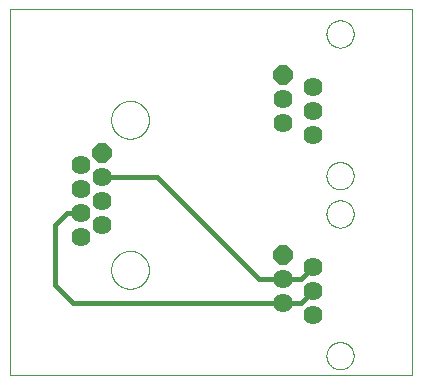
<source format=gbl>
G75*
%MOIN*%
%OFA0B0*%
%FSLAX25Y25*%
%IPPOS*%
%LPD*%
%AMOC8*
5,1,8,0,0,1.08239X$1,22.5*
%
%ADD10C,0.00000*%
%ADD11OC8,0.06378*%
%ADD12C,0.06378*%
%ADD13C,0.01600*%
D10*
X0001407Y0011778D02*
X0001407Y0133826D01*
X0135266Y0133826D01*
X0135266Y0011778D01*
X0001407Y0011778D01*
X0035108Y0046778D02*
X0035110Y0046936D01*
X0035116Y0047094D01*
X0035126Y0047252D01*
X0035140Y0047410D01*
X0035158Y0047567D01*
X0035179Y0047724D01*
X0035205Y0047880D01*
X0035235Y0048036D01*
X0035268Y0048191D01*
X0035306Y0048344D01*
X0035347Y0048497D01*
X0035392Y0048649D01*
X0035441Y0048800D01*
X0035494Y0048949D01*
X0035550Y0049097D01*
X0035610Y0049243D01*
X0035674Y0049388D01*
X0035742Y0049531D01*
X0035813Y0049673D01*
X0035887Y0049813D01*
X0035965Y0049950D01*
X0036047Y0050086D01*
X0036131Y0050220D01*
X0036220Y0050351D01*
X0036311Y0050480D01*
X0036406Y0050607D01*
X0036503Y0050732D01*
X0036604Y0050854D01*
X0036708Y0050973D01*
X0036815Y0051090D01*
X0036925Y0051204D01*
X0037038Y0051315D01*
X0037153Y0051424D01*
X0037271Y0051529D01*
X0037392Y0051631D01*
X0037515Y0051731D01*
X0037641Y0051827D01*
X0037769Y0051920D01*
X0037899Y0052010D01*
X0038032Y0052096D01*
X0038167Y0052180D01*
X0038303Y0052259D01*
X0038442Y0052336D01*
X0038583Y0052408D01*
X0038725Y0052478D01*
X0038869Y0052543D01*
X0039015Y0052605D01*
X0039162Y0052663D01*
X0039311Y0052718D01*
X0039461Y0052769D01*
X0039612Y0052816D01*
X0039764Y0052859D01*
X0039917Y0052898D01*
X0040072Y0052934D01*
X0040227Y0052965D01*
X0040383Y0052993D01*
X0040539Y0053017D01*
X0040696Y0053037D01*
X0040854Y0053053D01*
X0041011Y0053065D01*
X0041170Y0053073D01*
X0041328Y0053077D01*
X0041486Y0053077D01*
X0041644Y0053073D01*
X0041803Y0053065D01*
X0041960Y0053053D01*
X0042118Y0053037D01*
X0042275Y0053017D01*
X0042431Y0052993D01*
X0042587Y0052965D01*
X0042742Y0052934D01*
X0042897Y0052898D01*
X0043050Y0052859D01*
X0043202Y0052816D01*
X0043353Y0052769D01*
X0043503Y0052718D01*
X0043652Y0052663D01*
X0043799Y0052605D01*
X0043945Y0052543D01*
X0044089Y0052478D01*
X0044231Y0052408D01*
X0044372Y0052336D01*
X0044511Y0052259D01*
X0044647Y0052180D01*
X0044782Y0052096D01*
X0044915Y0052010D01*
X0045045Y0051920D01*
X0045173Y0051827D01*
X0045299Y0051731D01*
X0045422Y0051631D01*
X0045543Y0051529D01*
X0045661Y0051424D01*
X0045776Y0051315D01*
X0045889Y0051204D01*
X0045999Y0051090D01*
X0046106Y0050973D01*
X0046210Y0050854D01*
X0046311Y0050732D01*
X0046408Y0050607D01*
X0046503Y0050480D01*
X0046594Y0050351D01*
X0046683Y0050220D01*
X0046767Y0050086D01*
X0046849Y0049950D01*
X0046927Y0049813D01*
X0047001Y0049673D01*
X0047072Y0049531D01*
X0047140Y0049388D01*
X0047204Y0049243D01*
X0047264Y0049097D01*
X0047320Y0048949D01*
X0047373Y0048800D01*
X0047422Y0048649D01*
X0047467Y0048497D01*
X0047508Y0048344D01*
X0047546Y0048191D01*
X0047579Y0048036D01*
X0047609Y0047880D01*
X0047635Y0047724D01*
X0047656Y0047567D01*
X0047674Y0047410D01*
X0047688Y0047252D01*
X0047698Y0047094D01*
X0047704Y0046936D01*
X0047706Y0046778D01*
X0047704Y0046620D01*
X0047698Y0046462D01*
X0047688Y0046304D01*
X0047674Y0046146D01*
X0047656Y0045989D01*
X0047635Y0045832D01*
X0047609Y0045676D01*
X0047579Y0045520D01*
X0047546Y0045365D01*
X0047508Y0045212D01*
X0047467Y0045059D01*
X0047422Y0044907D01*
X0047373Y0044756D01*
X0047320Y0044607D01*
X0047264Y0044459D01*
X0047204Y0044313D01*
X0047140Y0044168D01*
X0047072Y0044025D01*
X0047001Y0043883D01*
X0046927Y0043743D01*
X0046849Y0043606D01*
X0046767Y0043470D01*
X0046683Y0043336D01*
X0046594Y0043205D01*
X0046503Y0043076D01*
X0046408Y0042949D01*
X0046311Y0042824D01*
X0046210Y0042702D01*
X0046106Y0042583D01*
X0045999Y0042466D01*
X0045889Y0042352D01*
X0045776Y0042241D01*
X0045661Y0042132D01*
X0045543Y0042027D01*
X0045422Y0041925D01*
X0045299Y0041825D01*
X0045173Y0041729D01*
X0045045Y0041636D01*
X0044915Y0041546D01*
X0044782Y0041460D01*
X0044647Y0041376D01*
X0044511Y0041297D01*
X0044372Y0041220D01*
X0044231Y0041148D01*
X0044089Y0041078D01*
X0043945Y0041013D01*
X0043799Y0040951D01*
X0043652Y0040893D01*
X0043503Y0040838D01*
X0043353Y0040787D01*
X0043202Y0040740D01*
X0043050Y0040697D01*
X0042897Y0040658D01*
X0042742Y0040622D01*
X0042587Y0040591D01*
X0042431Y0040563D01*
X0042275Y0040539D01*
X0042118Y0040519D01*
X0041960Y0040503D01*
X0041803Y0040491D01*
X0041644Y0040483D01*
X0041486Y0040479D01*
X0041328Y0040479D01*
X0041170Y0040483D01*
X0041011Y0040491D01*
X0040854Y0040503D01*
X0040696Y0040519D01*
X0040539Y0040539D01*
X0040383Y0040563D01*
X0040227Y0040591D01*
X0040072Y0040622D01*
X0039917Y0040658D01*
X0039764Y0040697D01*
X0039612Y0040740D01*
X0039461Y0040787D01*
X0039311Y0040838D01*
X0039162Y0040893D01*
X0039015Y0040951D01*
X0038869Y0041013D01*
X0038725Y0041078D01*
X0038583Y0041148D01*
X0038442Y0041220D01*
X0038303Y0041297D01*
X0038167Y0041376D01*
X0038032Y0041460D01*
X0037899Y0041546D01*
X0037769Y0041636D01*
X0037641Y0041729D01*
X0037515Y0041825D01*
X0037392Y0041925D01*
X0037271Y0042027D01*
X0037153Y0042132D01*
X0037038Y0042241D01*
X0036925Y0042352D01*
X0036815Y0042466D01*
X0036708Y0042583D01*
X0036604Y0042702D01*
X0036503Y0042824D01*
X0036406Y0042949D01*
X0036311Y0043076D01*
X0036220Y0043205D01*
X0036131Y0043336D01*
X0036047Y0043470D01*
X0035965Y0043606D01*
X0035887Y0043743D01*
X0035813Y0043883D01*
X0035742Y0044025D01*
X0035674Y0044168D01*
X0035610Y0044313D01*
X0035550Y0044459D01*
X0035494Y0044607D01*
X0035441Y0044756D01*
X0035392Y0044907D01*
X0035347Y0045059D01*
X0035306Y0045212D01*
X0035268Y0045365D01*
X0035235Y0045520D01*
X0035205Y0045676D01*
X0035179Y0045832D01*
X0035158Y0045989D01*
X0035140Y0046146D01*
X0035126Y0046304D01*
X0035116Y0046462D01*
X0035110Y0046620D01*
X0035108Y0046778D01*
X0035108Y0096778D02*
X0035110Y0096936D01*
X0035116Y0097094D01*
X0035126Y0097252D01*
X0035140Y0097410D01*
X0035158Y0097567D01*
X0035179Y0097724D01*
X0035205Y0097880D01*
X0035235Y0098036D01*
X0035268Y0098191D01*
X0035306Y0098344D01*
X0035347Y0098497D01*
X0035392Y0098649D01*
X0035441Y0098800D01*
X0035494Y0098949D01*
X0035550Y0099097D01*
X0035610Y0099243D01*
X0035674Y0099388D01*
X0035742Y0099531D01*
X0035813Y0099673D01*
X0035887Y0099813D01*
X0035965Y0099950D01*
X0036047Y0100086D01*
X0036131Y0100220D01*
X0036220Y0100351D01*
X0036311Y0100480D01*
X0036406Y0100607D01*
X0036503Y0100732D01*
X0036604Y0100854D01*
X0036708Y0100973D01*
X0036815Y0101090D01*
X0036925Y0101204D01*
X0037038Y0101315D01*
X0037153Y0101424D01*
X0037271Y0101529D01*
X0037392Y0101631D01*
X0037515Y0101731D01*
X0037641Y0101827D01*
X0037769Y0101920D01*
X0037899Y0102010D01*
X0038032Y0102096D01*
X0038167Y0102180D01*
X0038303Y0102259D01*
X0038442Y0102336D01*
X0038583Y0102408D01*
X0038725Y0102478D01*
X0038869Y0102543D01*
X0039015Y0102605D01*
X0039162Y0102663D01*
X0039311Y0102718D01*
X0039461Y0102769D01*
X0039612Y0102816D01*
X0039764Y0102859D01*
X0039917Y0102898D01*
X0040072Y0102934D01*
X0040227Y0102965D01*
X0040383Y0102993D01*
X0040539Y0103017D01*
X0040696Y0103037D01*
X0040854Y0103053D01*
X0041011Y0103065D01*
X0041170Y0103073D01*
X0041328Y0103077D01*
X0041486Y0103077D01*
X0041644Y0103073D01*
X0041803Y0103065D01*
X0041960Y0103053D01*
X0042118Y0103037D01*
X0042275Y0103017D01*
X0042431Y0102993D01*
X0042587Y0102965D01*
X0042742Y0102934D01*
X0042897Y0102898D01*
X0043050Y0102859D01*
X0043202Y0102816D01*
X0043353Y0102769D01*
X0043503Y0102718D01*
X0043652Y0102663D01*
X0043799Y0102605D01*
X0043945Y0102543D01*
X0044089Y0102478D01*
X0044231Y0102408D01*
X0044372Y0102336D01*
X0044511Y0102259D01*
X0044647Y0102180D01*
X0044782Y0102096D01*
X0044915Y0102010D01*
X0045045Y0101920D01*
X0045173Y0101827D01*
X0045299Y0101731D01*
X0045422Y0101631D01*
X0045543Y0101529D01*
X0045661Y0101424D01*
X0045776Y0101315D01*
X0045889Y0101204D01*
X0045999Y0101090D01*
X0046106Y0100973D01*
X0046210Y0100854D01*
X0046311Y0100732D01*
X0046408Y0100607D01*
X0046503Y0100480D01*
X0046594Y0100351D01*
X0046683Y0100220D01*
X0046767Y0100086D01*
X0046849Y0099950D01*
X0046927Y0099813D01*
X0047001Y0099673D01*
X0047072Y0099531D01*
X0047140Y0099388D01*
X0047204Y0099243D01*
X0047264Y0099097D01*
X0047320Y0098949D01*
X0047373Y0098800D01*
X0047422Y0098649D01*
X0047467Y0098497D01*
X0047508Y0098344D01*
X0047546Y0098191D01*
X0047579Y0098036D01*
X0047609Y0097880D01*
X0047635Y0097724D01*
X0047656Y0097567D01*
X0047674Y0097410D01*
X0047688Y0097252D01*
X0047698Y0097094D01*
X0047704Y0096936D01*
X0047706Y0096778D01*
X0047704Y0096620D01*
X0047698Y0096462D01*
X0047688Y0096304D01*
X0047674Y0096146D01*
X0047656Y0095989D01*
X0047635Y0095832D01*
X0047609Y0095676D01*
X0047579Y0095520D01*
X0047546Y0095365D01*
X0047508Y0095212D01*
X0047467Y0095059D01*
X0047422Y0094907D01*
X0047373Y0094756D01*
X0047320Y0094607D01*
X0047264Y0094459D01*
X0047204Y0094313D01*
X0047140Y0094168D01*
X0047072Y0094025D01*
X0047001Y0093883D01*
X0046927Y0093743D01*
X0046849Y0093606D01*
X0046767Y0093470D01*
X0046683Y0093336D01*
X0046594Y0093205D01*
X0046503Y0093076D01*
X0046408Y0092949D01*
X0046311Y0092824D01*
X0046210Y0092702D01*
X0046106Y0092583D01*
X0045999Y0092466D01*
X0045889Y0092352D01*
X0045776Y0092241D01*
X0045661Y0092132D01*
X0045543Y0092027D01*
X0045422Y0091925D01*
X0045299Y0091825D01*
X0045173Y0091729D01*
X0045045Y0091636D01*
X0044915Y0091546D01*
X0044782Y0091460D01*
X0044647Y0091376D01*
X0044511Y0091297D01*
X0044372Y0091220D01*
X0044231Y0091148D01*
X0044089Y0091078D01*
X0043945Y0091013D01*
X0043799Y0090951D01*
X0043652Y0090893D01*
X0043503Y0090838D01*
X0043353Y0090787D01*
X0043202Y0090740D01*
X0043050Y0090697D01*
X0042897Y0090658D01*
X0042742Y0090622D01*
X0042587Y0090591D01*
X0042431Y0090563D01*
X0042275Y0090539D01*
X0042118Y0090519D01*
X0041960Y0090503D01*
X0041803Y0090491D01*
X0041644Y0090483D01*
X0041486Y0090479D01*
X0041328Y0090479D01*
X0041170Y0090483D01*
X0041011Y0090491D01*
X0040854Y0090503D01*
X0040696Y0090519D01*
X0040539Y0090539D01*
X0040383Y0090563D01*
X0040227Y0090591D01*
X0040072Y0090622D01*
X0039917Y0090658D01*
X0039764Y0090697D01*
X0039612Y0090740D01*
X0039461Y0090787D01*
X0039311Y0090838D01*
X0039162Y0090893D01*
X0039015Y0090951D01*
X0038869Y0091013D01*
X0038725Y0091078D01*
X0038583Y0091148D01*
X0038442Y0091220D01*
X0038303Y0091297D01*
X0038167Y0091376D01*
X0038032Y0091460D01*
X0037899Y0091546D01*
X0037769Y0091636D01*
X0037641Y0091729D01*
X0037515Y0091825D01*
X0037392Y0091925D01*
X0037271Y0092027D01*
X0037153Y0092132D01*
X0037038Y0092241D01*
X0036925Y0092352D01*
X0036815Y0092466D01*
X0036708Y0092583D01*
X0036604Y0092702D01*
X0036503Y0092824D01*
X0036406Y0092949D01*
X0036311Y0093076D01*
X0036220Y0093205D01*
X0036131Y0093336D01*
X0036047Y0093470D01*
X0035965Y0093606D01*
X0035887Y0093743D01*
X0035813Y0093883D01*
X0035742Y0094025D01*
X0035674Y0094168D01*
X0035610Y0094313D01*
X0035550Y0094459D01*
X0035494Y0094607D01*
X0035441Y0094756D01*
X0035392Y0094907D01*
X0035347Y0095059D01*
X0035306Y0095212D01*
X0035268Y0095365D01*
X0035235Y0095520D01*
X0035205Y0095676D01*
X0035179Y0095832D01*
X0035158Y0095989D01*
X0035140Y0096146D01*
X0035126Y0096304D01*
X0035116Y0096462D01*
X0035110Y0096620D01*
X0035108Y0096778D01*
X0106879Y0078156D02*
X0106881Y0078290D01*
X0106887Y0078424D01*
X0106897Y0078558D01*
X0106911Y0078692D01*
X0106929Y0078825D01*
X0106950Y0078957D01*
X0106976Y0079089D01*
X0107006Y0079220D01*
X0107039Y0079350D01*
X0107076Y0079478D01*
X0107118Y0079606D01*
X0107162Y0079733D01*
X0107211Y0079858D01*
X0107263Y0079981D01*
X0107319Y0080103D01*
X0107379Y0080224D01*
X0107442Y0080342D01*
X0107508Y0080459D01*
X0107578Y0080573D01*
X0107651Y0080686D01*
X0107728Y0080796D01*
X0107808Y0080904D01*
X0107891Y0081009D01*
X0107977Y0081112D01*
X0108066Y0081212D01*
X0108158Y0081310D01*
X0108253Y0081405D01*
X0108351Y0081497D01*
X0108451Y0081586D01*
X0108554Y0081672D01*
X0108659Y0081755D01*
X0108767Y0081835D01*
X0108877Y0081912D01*
X0108990Y0081985D01*
X0109104Y0082055D01*
X0109221Y0082121D01*
X0109339Y0082184D01*
X0109460Y0082244D01*
X0109582Y0082300D01*
X0109705Y0082352D01*
X0109830Y0082401D01*
X0109957Y0082445D01*
X0110085Y0082487D01*
X0110213Y0082524D01*
X0110343Y0082557D01*
X0110474Y0082587D01*
X0110606Y0082613D01*
X0110738Y0082634D01*
X0110871Y0082652D01*
X0111005Y0082666D01*
X0111139Y0082676D01*
X0111273Y0082682D01*
X0111407Y0082684D01*
X0111541Y0082682D01*
X0111675Y0082676D01*
X0111809Y0082666D01*
X0111943Y0082652D01*
X0112076Y0082634D01*
X0112208Y0082613D01*
X0112340Y0082587D01*
X0112471Y0082557D01*
X0112601Y0082524D01*
X0112729Y0082487D01*
X0112857Y0082445D01*
X0112984Y0082401D01*
X0113109Y0082352D01*
X0113232Y0082300D01*
X0113354Y0082244D01*
X0113475Y0082184D01*
X0113593Y0082121D01*
X0113710Y0082055D01*
X0113824Y0081985D01*
X0113937Y0081912D01*
X0114047Y0081835D01*
X0114155Y0081755D01*
X0114260Y0081672D01*
X0114363Y0081586D01*
X0114463Y0081497D01*
X0114561Y0081405D01*
X0114656Y0081310D01*
X0114748Y0081212D01*
X0114837Y0081112D01*
X0114923Y0081009D01*
X0115006Y0080904D01*
X0115086Y0080796D01*
X0115163Y0080686D01*
X0115236Y0080573D01*
X0115306Y0080459D01*
X0115372Y0080342D01*
X0115435Y0080224D01*
X0115495Y0080103D01*
X0115551Y0079981D01*
X0115603Y0079858D01*
X0115652Y0079733D01*
X0115696Y0079606D01*
X0115738Y0079478D01*
X0115775Y0079350D01*
X0115808Y0079220D01*
X0115838Y0079089D01*
X0115864Y0078957D01*
X0115885Y0078825D01*
X0115903Y0078692D01*
X0115917Y0078558D01*
X0115927Y0078424D01*
X0115933Y0078290D01*
X0115935Y0078156D01*
X0115933Y0078022D01*
X0115927Y0077888D01*
X0115917Y0077754D01*
X0115903Y0077620D01*
X0115885Y0077487D01*
X0115864Y0077355D01*
X0115838Y0077223D01*
X0115808Y0077092D01*
X0115775Y0076962D01*
X0115738Y0076834D01*
X0115696Y0076706D01*
X0115652Y0076579D01*
X0115603Y0076454D01*
X0115551Y0076331D01*
X0115495Y0076209D01*
X0115435Y0076088D01*
X0115372Y0075970D01*
X0115306Y0075853D01*
X0115236Y0075739D01*
X0115163Y0075626D01*
X0115086Y0075516D01*
X0115006Y0075408D01*
X0114923Y0075303D01*
X0114837Y0075200D01*
X0114748Y0075100D01*
X0114656Y0075002D01*
X0114561Y0074907D01*
X0114463Y0074815D01*
X0114363Y0074726D01*
X0114260Y0074640D01*
X0114155Y0074557D01*
X0114047Y0074477D01*
X0113937Y0074400D01*
X0113824Y0074327D01*
X0113710Y0074257D01*
X0113593Y0074191D01*
X0113475Y0074128D01*
X0113354Y0074068D01*
X0113232Y0074012D01*
X0113109Y0073960D01*
X0112984Y0073911D01*
X0112857Y0073867D01*
X0112729Y0073825D01*
X0112601Y0073788D01*
X0112471Y0073755D01*
X0112340Y0073725D01*
X0112208Y0073699D01*
X0112076Y0073678D01*
X0111943Y0073660D01*
X0111809Y0073646D01*
X0111675Y0073636D01*
X0111541Y0073630D01*
X0111407Y0073628D01*
X0111273Y0073630D01*
X0111139Y0073636D01*
X0111005Y0073646D01*
X0110871Y0073660D01*
X0110738Y0073678D01*
X0110606Y0073699D01*
X0110474Y0073725D01*
X0110343Y0073755D01*
X0110213Y0073788D01*
X0110085Y0073825D01*
X0109957Y0073867D01*
X0109830Y0073911D01*
X0109705Y0073960D01*
X0109582Y0074012D01*
X0109460Y0074068D01*
X0109339Y0074128D01*
X0109221Y0074191D01*
X0109104Y0074257D01*
X0108990Y0074327D01*
X0108877Y0074400D01*
X0108767Y0074477D01*
X0108659Y0074557D01*
X0108554Y0074640D01*
X0108451Y0074726D01*
X0108351Y0074815D01*
X0108253Y0074907D01*
X0108158Y0075002D01*
X0108066Y0075100D01*
X0107977Y0075200D01*
X0107891Y0075303D01*
X0107808Y0075408D01*
X0107728Y0075516D01*
X0107651Y0075626D01*
X0107578Y0075739D01*
X0107508Y0075853D01*
X0107442Y0075970D01*
X0107379Y0076088D01*
X0107319Y0076209D01*
X0107263Y0076331D01*
X0107211Y0076454D01*
X0107162Y0076579D01*
X0107118Y0076706D01*
X0107076Y0076834D01*
X0107039Y0076962D01*
X0107006Y0077092D01*
X0106976Y0077223D01*
X0106950Y0077355D01*
X0106929Y0077487D01*
X0106911Y0077620D01*
X0106897Y0077754D01*
X0106887Y0077888D01*
X0106881Y0078022D01*
X0106879Y0078156D01*
X0106879Y0065400D02*
X0106881Y0065534D01*
X0106887Y0065668D01*
X0106897Y0065802D01*
X0106911Y0065936D01*
X0106929Y0066069D01*
X0106950Y0066201D01*
X0106976Y0066333D01*
X0107006Y0066464D01*
X0107039Y0066594D01*
X0107076Y0066722D01*
X0107118Y0066850D01*
X0107162Y0066977D01*
X0107211Y0067102D01*
X0107263Y0067225D01*
X0107319Y0067347D01*
X0107379Y0067468D01*
X0107442Y0067586D01*
X0107508Y0067703D01*
X0107578Y0067817D01*
X0107651Y0067930D01*
X0107728Y0068040D01*
X0107808Y0068148D01*
X0107891Y0068253D01*
X0107977Y0068356D01*
X0108066Y0068456D01*
X0108158Y0068554D01*
X0108253Y0068649D01*
X0108351Y0068741D01*
X0108451Y0068830D01*
X0108554Y0068916D01*
X0108659Y0068999D01*
X0108767Y0069079D01*
X0108877Y0069156D01*
X0108990Y0069229D01*
X0109104Y0069299D01*
X0109221Y0069365D01*
X0109339Y0069428D01*
X0109460Y0069488D01*
X0109582Y0069544D01*
X0109705Y0069596D01*
X0109830Y0069645D01*
X0109957Y0069689D01*
X0110085Y0069731D01*
X0110213Y0069768D01*
X0110343Y0069801D01*
X0110474Y0069831D01*
X0110606Y0069857D01*
X0110738Y0069878D01*
X0110871Y0069896D01*
X0111005Y0069910D01*
X0111139Y0069920D01*
X0111273Y0069926D01*
X0111407Y0069928D01*
X0111541Y0069926D01*
X0111675Y0069920D01*
X0111809Y0069910D01*
X0111943Y0069896D01*
X0112076Y0069878D01*
X0112208Y0069857D01*
X0112340Y0069831D01*
X0112471Y0069801D01*
X0112601Y0069768D01*
X0112729Y0069731D01*
X0112857Y0069689D01*
X0112984Y0069645D01*
X0113109Y0069596D01*
X0113232Y0069544D01*
X0113354Y0069488D01*
X0113475Y0069428D01*
X0113593Y0069365D01*
X0113710Y0069299D01*
X0113824Y0069229D01*
X0113937Y0069156D01*
X0114047Y0069079D01*
X0114155Y0068999D01*
X0114260Y0068916D01*
X0114363Y0068830D01*
X0114463Y0068741D01*
X0114561Y0068649D01*
X0114656Y0068554D01*
X0114748Y0068456D01*
X0114837Y0068356D01*
X0114923Y0068253D01*
X0115006Y0068148D01*
X0115086Y0068040D01*
X0115163Y0067930D01*
X0115236Y0067817D01*
X0115306Y0067703D01*
X0115372Y0067586D01*
X0115435Y0067468D01*
X0115495Y0067347D01*
X0115551Y0067225D01*
X0115603Y0067102D01*
X0115652Y0066977D01*
X0115696Y0066850D01*
X0115738Y0066722D01*
X0115775Y0066594D01*
X0115808Y0066464D01*
X0115838Y0066333D01*
X0115864Y0066201D01*
X0115885Y0066069D01*
X0115903Y0065936D01*
X0115917Y0065802D01*
X0115927Y0065668D01*
X0115933Y0065534D01*
X0115935Y0065400D01*
X0115933Y0065266D01*
X0115927Y0065132D01*
X0115917Y0064998D01*
X0115903Y0064864D01*
X0115885Y0064731D01*
X0115864Y0064599D01*
X0115838Y0064467D01*
X0115808Y0064336D01*
X0115775Y0064206D01*
X0115738Y0064078D01*
X0115696Y0063950D01*
X0115652Y0063823D01*
X0115603Y0063698D01*
X0115551Y0063575D01*
X0115495Y0063453D01*
X0115435Y0063332D01*
X0115372Y0063214D01*
X0115306Y0063097D01*
X0115236Y0062983D01*
X0115163Y0062870D01*
X0115086Y0062760D01*
X0115006Y0062652D01*
X0114923Y0062547D01*
X0114837Y0062444D01*
X0114748Y0062344D01*
X0114656Y0062246D01*
X0114561Y0062151D01*
X0114463Y0062059D01*
X0114363Y0061970D01*
X0114260Y0061884D01*
X0114155Y0061801D01*
X0114047Y0061721D01*
X0113937Y0061644D01*
X0113824Y0061571D01*
X0113710Y0061501D01*
X0113593Y0061435D01*
X0113475Y0061372D01*
X0113354Y0061312D01*
X0113232Y0061256D01*
X0113109Y0061204D01*
X0112984Y0061155D01*
X0112857Y0061111D01*
X0112729Y0061069D01*
X0112601Y0061032D01*
X0112471Y0060999D01*
X0112340Y0060969D01*
X0112208Y0060943D01*
X0112076Y0060922D01*
X0111943Y0060904D01*
X0111809Y0060890D01*
X0111675Y0060880D01*
X0111541Y0060874D01*
X0111407Y0060872D01*
X0111273Y0060874D01*
X0111139Y0060880D01*
X0111005Y0060890D01*
X0110871Y0060904D01*
X0110738Y0060922D01*
X0110606Y0060943D01*
X0110474Y0060969D01*
X0110343Y0060999D01*
X0110213Y0061032D01*
X0110085Y0061069D01*
X0109957Y0061111D01*
X0109830Y0061155D01*
X0109705Y0061204D01*
X0109582Y0061256D01*
X0109460Y0061312D01*
X0109339Y0061372D01*
X0109221Y0061435D01*
X0109104Y0061501D01*
X0108990Y0061571D01*
X0108877Y0061644D01*
X0108767Y0061721D01*
X0108659Y0061801D01*
X0108554Y0061884D01*
X0108451Y0061970D01*
X0108351Y0062059D01*
X0108253Y0062151D01*
X0108158Y0062246D01*
X0108066Y0062344D01*
X0107977Y0062444D01*
X0107891Y0062547D01*
X0107808Y0062652D01*
X0107728Y0062760D01*
X0107651Y0062870D01*
X0107578Y0062983D01*
X0107508Y0063097D01*
X0107442Y0063214D01*
X0107379Y0063332D01*
X0107319Y0063453D01*
X0107263Y0063575D01*
X0107211Y0063698D01*
X0107162Y0063823D01*
X0107118Y0063950D01*
X0107076Y0064078D01*
X0107039Y0064206D01*
X0107006Y0064336D01*
X0106976Y0064467D01*
X0106950Y0064599D01*
X0106929Y0064731D01*
X0106911Y0064864D01*
X0106897Y0064998D01*
X0106887Y0065132D01*
X0106881Y0065266D01*
X0106879Y0065400D01*
X0106879Y0018156D02*
X0106881Y0018290D01*
X0106887Y0018424D01*
X0106897Y0018558D01*
X0106911Y0018692D01*
X0106929Y0018825D01*
X0106950Y0018957D01*
X0106976Y0019089D01*
X0107006Y0019220D01*
X0107039Y0019350D01*
X0107076Y0019478D01*
X0107118Y0019606D01*
X0107162Y0019733D01*
X0107211Y0019858D01*
X0107263Y0019981D01*
X0107319Y0020103D01*
X0107379Y0020224D01*
X0107442Y0020342D01*
X0107508Y0020459D01*
X0107578Y0020573D01*
X0107651Y0020686D01*
X0107728Y0020796D01*
X0107808Y0020904D01*
X0107891Y0021009D01*
X0107977Y0021112D01*
X0108066Y0021212D01*
X0108158Y0021310D01*
X0108253Y0021405D01*
X0108351Y0021497D01*
X0108451Y0021586D01*
X0108554Y0021672D01*
X0108659Y0021755D01*
X0108767Y0021835D01*
X0108877Y0021912D01*
X0108990Y0021985D01*
X0109104Y0022055D01*
X0109221Y0022121D01*
X0109339Y0022184D01*
X0109460Y0022244D01*
X0109582Y0022300D01*
X0109705Y0022352D01*
X0109830Y0022401D01*
X0109957Y0022445D01*
X0110085Y0022487D01*
X0110213Y0022524D01*
X0110343Y0022557D01*
X0110474Y0022587D01*
X0110606Y0022613D01*
X0110738Y0022634D01*
X0110871Y0022652D01*
X0111005Y0022666D01*
X0111139Y0022676D01*
X0111273Y0022682D01*
X0111407Y0022684D01*
X0111541Y0022682D01*
X0111675Y0022676D01*
X0111809Y0022666D01*
X0111943Y0022652D01*
X0112076Y0022634D01*
X0112208Y0022613D01*
X0112340Y0022587D01*
X0112471Y0022557D01*
X0112601Y0022524D01*
X0112729Y0022487D01*
X0112857Y0022445D01*
X0112984Y0022401D01*
X0113109Y0022352D01*
X0113232Y0022300D01*
X0113354Y0022244D01*
X0113475Y0022184D01*
X0113593Y0022121D01*
X0113710Y0022055D01*
X0113824Y0021985D01*
X0113937Y0021912D01*
X0114047Y0021835D01*
X0114155Y0021755D01*
X0114260Y0021672D01*
X0114363Y0021586D01*
X0114463Y0021497D01*
X0114561Y0021405D01*
X0114656Y0021310D01*
X0114748Y0021212D01*
X0114837Y0021112D01*
X0114923Y0021009D01*
X0115006Y0020904D01*
X0115086Y0020796D01*
X0115163Y0020686D01*
X0115236Y0020573D01*
X0115306Y0020459D01*
X0115372Y0020342D01*
X0115435Y0020224D01*
X0115495Y0020103D01*
X0115551Y0019981D01*
X0115603Y0019858D01*
X0115652Y0019733D01*
X0115696Y0019606D01*
X0115738Y0019478D01*
X0115775Y0019350D01*
X0115808Y0019220D01*
X0115838Y0019089D01*
X0115864Y0018957D01*
X0115885Y0018825D01*
X0115903Y0018692D01*
X0115917Y0018558D01*
X0115927Y0018424D01*
X0115933Y0018290D01*
X0115935Y0018156D01*
X0115933Y0018022D01*
X0115927Y0017888D01*
X0115917Y0017754D01*
X0115903Y0017620D01*
X0115885Y0017487D01*
X0115864Y0017355D01*
X0115838Y0017223D01*
X0115808Y0017092D01*
X0115775Y0016962D01*
X0115738Y0016834D01*
X0115696Y0016706D01*
X0115652Y0016579D01*
X0115603Y0016454D01*
X0115551Y0016331D01*
X0115495Y0016209D01*
X0115435Y0016088D01*
X0115372Y0015970D01*
X0115306Y0015853D01*
X0115236Y0015739D01*
X0115163Y0015626D01*
X0115086Y0015516D01*
X0115006Y0015408D01*
X0114923Y0015303D01*
X0114837Y0015200D01*
X0114748Y0015100D01*
X0114656Y0015002D01*
X0114561Y0014907D01*
X0114463Y0014815D01*
X0114363Y0014726D01*
X0114260Y0014640D01*
X0114155Y0014557D01*
X0114047Y0014477D01*
X0113937Y0014400D01*
X0113824Y0014327D01*
X0113710Y0014257D01*
X0113593Y0014191D01*
X0113475Y0014128D01*
X0113354Y0014068D01*
X0113232Y0014012D01*
X0113109Y0013960D01*
X0112984Y0013911D01*
X0112857Y0013867D01*
X0112729Y0013825D01*
X0112601Y0013788D01*
X0112471Y0013755D01*
X0112340Y0013725D01*
X0112208Y0013699D01*
X0112076Y0013678D01*
X0111943Y0013660D01*
X0111809Y0013646D01*
X0111675Y0013636D01*
X0111541Y0013630D01*
X0111407Y0013628D01*
X0111273Y0013630D01*
X0111139Y0013636D01*
X0111005Y0013646D01*
X0110871Y0013660D01*
X0110738Y0013678D01*
X0110606Y0013699D01*
X0110474Y0013725D01*
X0110343Y0013755D01*
X0110213Y0013788D01*
X0110085Y0013825D01*
X0109957Y0013867D01*
X0109830Y0013911D01*
X0109705Y0013960D01*
X0109582Y0014012D01*
X0109460Y0014068D01*
X0109339Y0014128D01*
X0109221Y0014191D01*
X0109104Y0014257D01*
X0108990Y0014327D01*
X0108877Y0014400D01*
X0108767Y0014477D01*
X0108659Y0014557D01*
X0108554Y0014640D01*
X0108451Y0014726D01*
X0108351Y0014815D01*
X0108253Y0014907D01*
X0108158Y0015002D01*
X0108066Y0015100D01*
X0107977Y0015200D01*
X0107891Y0015303D01*
X0107808Y0015408D01*
X0107728Y0015516D01*
X0107651Y0015626D01*
X0107578Y0015739D01*
X0107508Y0015853D01*
X0107442Y0015970D01*
X0107379Y0016088D01*
X0107319Y0016209D01*
X0107263Y0016331D01*
X0107211Y0016454D01*
X0107162Y0016579D01*
X0107118Y0016706D01*
X0107076Y0016834D01*
X0107039Y0016962D01*
X0107006Y0017092D01*
X0106976Y0017223D01*
X0106950Y0017355D01*
X0106929Y0017487D01*
X0106911Y0017620D01*
X0106897Y0017754D01*
X0106887Y0017888D01*
X0106881Y0018022D01*
X0106879Y0018156D01*
X0106879Y0125400D02*
X0106881Y0125534D01*
X0106887Y0125668D01*
X0106897Y0125802D01*
X0106911Y0125936D01*
X0106929Y0126069D01*
X0106950Y0126201D01*
X0106976Y0126333D01*
X0107006Y0126464D01*
X0107039Y0126594D01*
X0107076Y0126722D01*
X0107118Y0126850D01*
X0107162Y0126977D01*
X0107211Y0127102D01*
X0107263Y0127225D01*
X0107319Y0127347D01*
X0107379Y0127468D01*
X0107442Y0127586D01*
X0107508Y0127703D01*
X0107578Y0127817D01*
X0107651Y0127930D01*
X0107728Y0128040D01*
X0107808Y0128148D01*
X0107891Y0128253D01*
X0107977Y0128356D01*
X0108066Y0128456D01*
X0108158Y0128554D01*
X0108253Y0128649D01*
X0108351Y0128741D01*
X0108451Y0128830D01*
X0108554Y0128916D01*
X0108659Y0128999D01*
X0108767Y0129079D01*
X0108877Y0129156D01*
X0108990Y0129229D01*
X0109104Y0129299D01*
X0109221Y0129365D01*
X0109339Y0129428D01*
X0109460Y0129488D01*
X0109582Y0129544D01*
X0109705Y0129596D01*
X0109830Y0129645D01*
X0109957Y0129689D01*
X0110085Y0129731D01*
X0110213Y0129768D01*
X0110343Y0129801D01*
X0110474Y0129831D01*
X0110606Y0129857D01*
X0110738Y0129878D01*
X0110871Y0129896D01*
X0111005Y0129910D01*
X0111139Y0129920D01*
X0111273Y0129926D01*
X0111407Y0129928D01*
X0111541Y0129926D01*
X0111675Y0129920D01*
X0111809Y0129910D01*
X0111943Y0129896D01*
X0112076Y0129878D01*
X0112208Y0129857D01*
X0112340Y0129831D01*
X0112471Y0129801D01*
X0112601Y0129768D01*
X0112729Y0129731D01*
X0112857Y0129689D01*
X0112984Y0129645D01*
X0113109Y0129596D01*
X0113232Y0129544D01*
X0113354Y0129488D01*
X0113475Y0129428D01*
X0113593Y0129365D01*
X0113710Y0129299D01*
X0113824Y0129229D01*
X0113937Y0129156D01*
X0114047Y0129079D01*
X0114155Y0128999D01*
X0114260Y0128916D01*
X0114363Y0128830D01*
X0114463Y0128741D01*
X0114561Y0128649D01*
X0114656Y0128554D01*
X0114748Y0128456D01*
X0114837Y0128356D01*
X0114923Y0128253D01*
X0115006Y0128148D01*
X0115086Y0128040D01*
X0115163Y0127930D01*
X0115236Y0127817D01*
X0115306Y0127703D01*
X0115372Y0127586D01*
X0115435Y0127468D01*
X0115495Y0127347D01*
X0115551Y0127225D01*
X0115603Y0127102D01*
X0115652Y0126977D01*
X0115696Y0126850D01*
X0115738Y0126722D01*
X0115775Y0126594D01*
X0115808Y0126464D01*
X0115838Y0126333D01*
X0115864Y0126201D01*
X0115885Y0126069D01*
X0115903Y0125936D01*
X0115917Y0125802D01*
X0115927Y0125668D01*
X0115933Y0125534D01*
X0115935Y0125400D01*
X0115933Y0125266D01*
X0115927Y0125132D01*
X0115917Y0124998D01*
X0115903Y0124864D01*
X0115885Y0124731D01*
X0115864Y0124599D01*
X0115838Y0124467D01*
X0115808Y0124336D01*
X0115775Y0124206D01*
X0115738Y0124078D01*
X0115696Y0123950D01*
X0115652Y0123823D01*
X0115603Y0123698D01*
X0115551Y0123575D01*
X0115495Y0123453D01*
X0115435Y0123332D01*
X0115372Y0123214D01*
X0115306Y0123097D01*
X0115236Y0122983D01*
X0115163Y0122870D01*
X0115086Y0122760D01*
X0115006Y0122652D01*
X0114923Y0122547D01*
X0114837Y0122444D01*
X0114748Y0122344D01*
X0114656Y0122246D01*
X0114561Y0122151D01*
X0114463Y0122059D01*
X0114363Y0121970D01*
X0114260Y0121884D01*
X0114155Y0121801D01*
X0114047Y0121721D01*
X0113937Y0121644D01*
X0113824Y0121571D01*
X0113710Y0121501D01*
X0113593Y0121435D01*
X0113475Y0121372D01*
X0113354Y0121312D01*
X0113232Y0121256D01*
X0113109Y0121204D01*
X0112984Y0121155D01*
X0112857Y0121111D01*
X0112729Y0121069D01*
X0112601Y0121032D01*
X0112471Y0120999D01*
X0112340Y0120969D01*
X0112208Y0120943D01*
X0112076Y0120922D01*
X0111943Y0120904D01*
X0111809Y0120890D01*
X0111675Y0120880D01*
X0111541Y0120874D01*
X0111407Y0120872D01*
X0111273Y0120874D01*
X0111139Y0120880D01*
X0111005Y0120890D01*
X0110871Y0120904D01*
X0110738Y0120922D01*
X0110606Y0120943D01*
X0110474Y0120969D01*
X0110343Y0120999D01*
X0110213Y0121032D01*
X0110085Y0121069D01*
X0109957Y0121111D01*
X0109830Y0121155D01*
X0109705Y0121204D01*
X0109582Y0121256D01*
X0109460Y0121312D01*
X0109339Y0121372D01*
X0109221Y0121435D01*
X0109104Y0121501D01*
X0108990Y0121571D01*
X0108877Y0121644D01*
X0108767Y0121721D01*
X0108659Y0121801D01*
X0108554Y0121884D01*
X0108451Y0121970D01*
X0108351Y0122059D01*
X0108253Y0122151D01*
X0108158Y0122246D01*
X0108066Y0122344D01*
X0107977Y0122444D01*
X0107891Y0122547D01*
X0107808Y0122652D01*
X0107728Y0122760D01*
X0107651Y0122870D01*
X0107578Y0122983D01*
X0107508Y0123097D01*
X0107442Y0123214D01*
X0107379Y0123332D01*
X0107319Y0123453D01*
X0107263Y0123575D01*
X0107211Y0123698D01*
X0107162Y0123823D01*
X0107118Y0123950D01*
X0107076Y0124078D01*
X0107039Y0124206D01*
X0107006Y0124336D01*
X0106976Y0124467D01*
X0106950Y0124599D01*
X0106929Y0124731D01*
X0106911Y0124864D01*
X0106897Y0124998D01*
X0106887Y0125132D01*
X0106881Y0125266D01*
X0106879Y0125400D01*
D11*
X0092352Y0111818D03*
X0092352Y0051818D03*
X0032156Y0085833D03*
D12*
X0025148Y0081818D03*
X0032156Y0077822D03*
X0025148Y0073806D03*
X0032156Y0069751D03*
X0025148Y0065735D03*
X0032156Y0061739D03*
X0025148Y0057723D03*
X0092352Y0043786D03*
X0092352Y0035755D03*
X0102352Y0039770D03*
X0102352Y0031739D03*
X0102352Y0047802D03*
X0102352Y0091739D03*
X0102352Y0099770D03*
X0102352Y0107802D03*
X0092352Y0103786D03*
X0092352Y0095755D03*
D13*
X0050364Y0077822D02*
X0084400Y0043786D01*
X0092352Y0043786D01*
X0098337Y0043786D01*
X0102352Y0047802D01*
X0102352Y0039770D02*
X0098337Y0035755D01*
X0092352Y0035755D01*
X0022431Y0035755D01*
X0016407Y0041778D01*
X0016407Y0061778D01*
X0020364Y0065735D01*
X0025148Y0065735D01*
X0032156Y0077822D02*
X0050364Y0077822D01*
M02*

</source>
